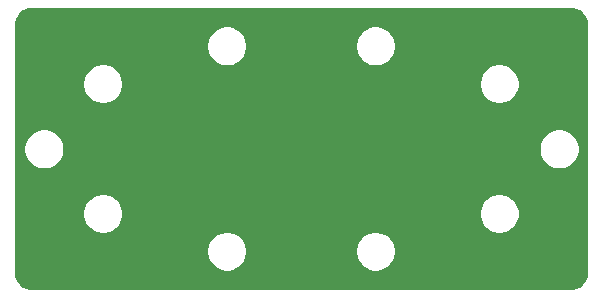
<source format=gtl>
G04 #@! TF.GenerationSoftware,KiCad,Pcbnew,(5.1.12)-1*
G04 #@! TF.CreationDate,2022-03-26T22:23:47+08:00*
G04 #@! TF.ProjectId,Nozzle,4e6f7a7a-6c65-42e6-9b69-6361645f7063,0.5*
G04 #@! TF.SameCoordinates,Original*
G04 #@! TF.FileFunction,Copper,L1,Top*
G04 #@! TF.FilePolarity,Positive*
%FSLAX46Y46*%
G04 Gerber Fmt 4.6, Leading zero omitted, Abs format (unit mm)*
G04 Created by KiCad (PCBNEW (5.1.12)-1) date 2022-03-26 22:23:47*
%MOMM*%
%LPD*%
G01*
G04 APERTURE LIST*
G04 #@! TA.AperFunction,NonConductor*
%ADD10C,0.254000*%
G04 #@! TD*
G04 #@! TA.AperFunction,NonConductor*
%ADD11C,0.100000*%
G04 #@! TD*
G04 APERTURE END LIST*
D10*
X161182229Y-107595704D02*
X161432836Y-107671366D01*
X161663973Y-107794265D01*
X161866839Y-107959718D01*
X162033703Y-108161421D01*
X162158212Y-108391696D01*
X162235623Y-108641771D01*
X162266189Y-108932591D01*
X162271723Y-129866934D01*
X162242955Y-130160328D01*
X162167100Y-130411574D01*
X162043886Y-130643305D01*
X161878014Y-130846684D01*
X161675793Y-131013976D01*
X161444932Y-131138802D01*
X161194217Y-131216412D01*
X160903050Y-131247015D01*
X155900298Y-131247015D01*
X155900288Y-131247016D01*
X115363205Y-131247014D01*
X115071269Y-131218389D01*
X114821497Y-131142979D01*
X114591131Y-131020492D01*
X114388946Y-130855593D01*
X114222640Y-130654562D01*
X114098547Y-130425057D01*
X114021397Y-130175827D01*
X113990927Y-129885919D01*
X113990927Y-127934017D01*
X130103700Y-127934017D01*
X130103700Y-128275783D01*
X130170375Y-128610981D01*
X130301163Y-128926731D01*
X130491037Y-129210898D01*
X130732702Y-129452563D01*
X131016869Y-129642437D01*
X131332619Y-129773225D01*
X131667817Y-129839900D01*
X132009583Y-129839900D01*
X132344781Y-129773225D01*
X132660531Y-129642437D01*
X132944698Y-129452563D01*
X133186363Y-129210898D01*
X133376237Y-128926731D01*
X133507025Y-128610981D01*
X133573700Y-128275783D01*
X133573700Y-127934017D01*
X142702100Y-127934017D01*
X142702100Y-128275783D01*
X142768775Y-128610981D01*
X142899563Y-128926731D01*
X143089437Y-129210898D01*
X143331102Y-129452563D01*
X143615269Y-129642437D01*
X143931019Y-129773225D01*
X144266217Y-129839900D01*
X144607983Y-129839900D01*
X144943181Y-129773225D01*
X145258931Y-129642437D01*
X145543098Y-129452563D01*
X145784763Y-129210898D01*
X145974637Y-128926731D01*
X146105425Y-128610981D01*
X146172100Y-128275783D01*
X146172100Y-127934017D01*
X146105425Y-127598819D01*
X145974637Y-127283069D01*
X145784763Y-126998902D01*
X145543098Y-126757237D01*
X145258931Y-126567363D01*
X144943181Y-126436575D01*
X144607983Y-126369900D01*
X144266217Y-126369900D01*
X143931019Y-126436575D01*
X143615269Y-126567363D01*
X143331102Y-126757237D01*
X143089437Y-126998902D01*
X142899563Y-127283069D01*
X142768775Y-127598819D01*
X142702100Y-127934017D01*
X133573700Y-127934017D01*
X133507025Y-127598819D01*
X133376237Y-127283069D01*
X133186363Y-126998902D01*
X132944698Y-126757237D01*
X132660531Y-126567363D01*
X132344781Y-126436575D01*
X132009583Y-126369900D01*
X131667817Y-126369900D01*
X131332619Y-126436575D01*
X131016869Y-126567363D01*
X130732702Y-126757237D01*
X130491037Y-126998902D01*
X130301163Y-127283069D01*
X130170375Y-127598819D01*
X130103700Y-127934017D01*
X113990927Y-127934017D01*
X113990927Y-124733617D01*
X119600800Y-124733617D01*
X119600800Y-125075383D01*
X119667475Y-125410581D01*
X119798263Y-125726331D01*
X119988137Y-126010498D01*
X120229802Y-126252163D01*
X120513969Y-126442037D01*
X120829719Y-126572825D01*
X121164917Y-126639500D01*
X121506683Y-126639500D01*
X121841881Y-126572825D01*
X122157631Y-126442037D01*
X122441798Y-126252163D01*
X122683463Y-126010498D01*
X122873337Y-125726331D01*
X123004125Y-125410581D01*
X123070800Y-125075383D01*
X123070800Y-124733617D01*
X153192300Y-124733617D01*
X153192300Y-125075383D01*
X153258975Y-125410581D01*
X153389763Y-125726331D01*
X153579637Y-126010498D01*
X153821302Y-126252163D01*
X154105469Y-126442037D01*
X154421219Y-126572825D01*
X154756417Y-126639500D01*
X155098183Y-126639500D01*
X155433381Y-126572825D01*
X155749131Y-126442037D01*
X156033298Y-126252163D01*
X156274963Y-126010498D01*
X156464837Y-125726331D01*
X156595625Y-125410581D01*
X156662300Y-125075383D01*
X156662300Y-124733617D01*
X156595625Y-124398419D01*
X156464837Y-124082669D01*
X156274963Y-123798502D01*
X156033298Y-123556837D01*
X155749131Y-123366963D01*
X155433381Y-123236175D01*
X155098183Y-123169500D01*
X154756417Y-123169500D01*
X154421219Y-123236175D01*
X154105469Y-123366963D01*
X153821302Y-123556837D01*
X153579637Y-123798502D01*
X153389763Y-124082669D01*
X153258975Y-124398419D01*
X153192300Y-124733617D01*
X123070800Y-124733617D01*
X123004125Y-124398419D01*
X122873337Y-124082669D01*
X122683463Y-123798502D01*
X122441798Y-123556837D01*
X122157631Y-123366963D01*
X121841881Y-123236175D01*
X121506683Y-123169500D01*
X121164917Y-123169500D01*
X120829719Y-123236175D01*
X120513969Y-123366963D01*
X120229802Y-123556837D01*
X119988137Y-123798502D01*
X119798263Y-124082669D01*
X119667475Y-124398419D01*
X119600800Y-124733617D01*
X113990927Y-124733617D01*
X113990926Y-119259917D01*
X114635100Y-119259917D01*
X114635100Y-119601683D01*
X114701775Y-119936881D01*
X114832563Y-120252631D01*
X115022437Y-120536798D01*
X115264102Y-120778463D01*
X115548269Y-120968337D01*
X115864019Y-121099125D01*
X116199217Y-121165800D01*
X116540983Y-121165800D01*
X116876181Y-121099125D01*
X117191931Y-120968337D01*
X117476098Y-120778463D01*
X117717763Y-120536798D01*
X117907637Y-120252631D01*
X118038425Y-119936881D01*
X118105100Y-119601683D01*
X118105100Y-119259917D01*
X158246900Y-119259917D01*
X158246900Y-119601683D01*
X158313575Y-119936881D01*
X158444363Y-120252631D01*
X158634237Y-120536798D01*
X158875902Y-120778463D01*
X159160069Y-120968337D01*
X159475819Y-121099125D01*
X159811017Y-121165800D01*
X160152783Y-121165800D01*
X160487981Y-121099125D01*
X160803731Y-120968337D01*
X161087898Y-120778463D01*
X161329563Y-120536798D01*
X161519437Y-120252631D01*
X161650225Y-119936881D01*
X161716900Y-119601683D01*
X161716900Y-119259917D01*
X161650225Y-118924719D01*
X161519437Y-118608969D01*
X161329563Y-118324802D01*
X161087898Y-118083137D01*
X160803731Y-117893263D01*
X160487981Y-117762475D01*
X160152783Y-117695800D01*
X159811017Y-117695800D01*
X159475819Y-117762475D01*
X159160069Y-117893263D01*
X158875902Y-118083137D01*
X158634237Y-118324802D01*
X158444363Y-118608969D01*
X158313575Y-118924719D01*
X158246900Y-119259917D01*
X118105100Y-119259917D01*
X118038425Y-118924719D01*
X117907637Y-118608969D01*
X117717763Y-118324802D01*
X117476098Y-118083137D01*
X117191931Y-117893263D01*
X116876181Y-117762475D01*
X116540983Y-117695800D01*
X116199217Y-117695800D01*
X115864019Y-117762475D01*
X115548269Y-117893263D01*
X115264102Y-118083137D01*
X115022437Y-118324802D01*
X114832563Y-118608969D01*
X114701775Y-118924719D01*
X114635100Y-119259917D01*
X113990926Y-119259917D01*
X113990926Y-113735417D01*
X119600800Y-113735417D01*
X119600800Y-114077183D01*
X119667475Y-114412381D01*
X119798263Y-114728131D01*
X119988137Y-115012298D01*
X120229802Y-115253963D01*
X120513969Y-115443837D01*
X120829719Y-115574625D01*
X121164917Y-115641300D01*
X121506683Y-115641300D01*
X121841881Y-115574625D01*
X122157631Y-115443837D01*
X122441798Y-115253963D01*
X122683463Y-115012298D01*
X122873337Y-114728131D01*
X123004125Y-114412381D01*
X123070800Y-114077183D01*
X123070800Y-113735417D01*
X153192300Y-113735417D01*
X153192300Y-114077183D01*
X153258975Y-114412381D01*
X153389763Y-114728131D01*
X153579637Y-115012298D01*
X153821302Y-115253963D01*
X154105469Y-115443837D01*
X154421219Y-115574625D01*
X154756417Y-115641300D01*
X155098183Y-115641300D01*
X155433381Y-115574625D01*
X155749131Y-115443837D01*
X156033298Y-115253963D01*
X156274963Y-115012298D01*
X156464837Y-114728131D01*
X156595625Y-114412381D01*
X156662300Y-114077183D01*
X156662300Y-113735417D01*
X156595625Y-113400219D01*
X156464837Y-113084469D01*
X156274963Y-112800302D01*
X156033298Y-112558637D01*
X155749131Y-112368763D01*
X155433381Y-112237975D01*
X155098183Y-112171300D01*
X154756417Y-112171300D01*
X154421219Y-112237975D01*
X154105469Y-112368763D01*
X153821302Y-112558637D01*
X153579637Y-112800302D01*
X153389763Y-113084469D01*
X153258975Y-113400219D01*
X153192300Y-113735417D01*
X123070800Y-113735417D01*
X123004125Y-113400219D01*
X122873337Y-113084469D01*
X122683463Y-112800302D01*
X122441798Y-112558637D01*
X122157631Y-112368763D01*
X121841881Y-112237975D01*
X121506683Y-112171300D01*
X121164917Y-112171300D01*
X120829719Y-112237975D01*
X120513969Y-112368763D01*
X120229802Y-112558637D01*
X119988137Y-112800302D01*
X119798263Y-113084469D01*
X119667475Y-113400219D01*
X119600800Y-113735417D01*
X113990926Y-113735417D01*
X113990926Y-110535017D01*
X130103700Y-110535017D01*
X130103700Y-110876783D01*
X130170375Y-111211981D01*
X130301163Y-111527731D01*
X130491037Y-111811898D01*
X130732702Y-112053563D01*
X131016869Y-112243437D01*
X131332619Y-112374225D01*
X131667817Y-112440900D01*
X132009583Y-112440900D01*
X132344781Y-112374225D01*
X132660531Y-112243437D01*
X132944698Y-112053563D01*
X133186363Y-111811898D01*
X133376237Y-111527731D01*
X133507025Y-111211981D01*
X133573700Y-110876783D01*
X133573700Y-110535017D01*
X142702100Y-110535017D01*
X142702100Y-110876783D01*
X142768775Y-111211981D01*
X142899563Y-111527731D01*
X143089437Y-111811898D01*
X143331102Y-112053563D01*
X143615269Y-112243437D01*
X143931019Y-112374225D01*
X144266217Y-112440900D01*
X144607983Y-112440900D01*
X144943181Y-112374225D01*
X145258931Y-112243437D01*
X145543098Y-112053563D01*
X145784763Y-111811898D01*
X145974637Y-111527731D01*
X146105425Y-111211981D01*
X146172100Y-110876783D01*
X146172100Y-110535017D01*
X146105425Y-110199819D01*
X145974637Y-109884069D01*
X145784763Y-109599902D01*
X145543098Y-109358237D01*
X145258931Y-109168363D01*
X144943181Y-109037575D01*
X144607983Y-108970900D01*
X144266217Y-108970900D01*
X143931019Y-109037575D01*
X143615269Y-109168363D01*
X143331102Y-109358237D01*
X143089437Y-109599902D01*
X142899563Y-109884069D01*
X142768775Y-110199819D01*
X142702100Y-110535017D01*
X133573700Y-110535017D01*
X133507025Y-110199819D01*
X133376237Y-109884069D01*
X133186363Y-109599902D01*
X132944698Y-109358237D01*
X132660531Y-109168363D01*
X132344781Y-109037575D01*
X132009583Y-108970900D01*
X131667817Y-108970900D01*
X131332619Y-109037575D01*
X131016869Y-109168363D01*
X130732702Y-109358237D01*
X130491037Y-109599902D01*
X130301163Y-109884069D01*
X130170375Y-110199819D01*
X130103700Y-110535017D01*
X113990926Y-110535017D01*
X113990925Y-108939284D01*
X114019551Y-108647336D01*
X114094962Y-108397564D01*
X114217448Y-108167202D01*
X114382347Y-107965016D01*
X114583380Y-107798707D01*
X114812881Y-107674616D01*
X115062122Y-107597463D01*
X115352015Y-107566994D01*
X160889421Y-107566994D01*
X161182229Y-107595704D01*
G04 #@! TA.AperFunction,NonConductor*
D11*
G36*
X161182229Y-107595704D02*
G01*
X161432836Y-107671366D01*
X161663973Y-107794265D01*
X161866839Y-107959718D01*
X162033703Y-108161421D01*
X162158212Y-108391696D01*
X162235623Y-108641771D01*
X162266189Y-108932591D01*
X162271723Y-129866934D01*
X162242955Y-130160328D01*
X162167100Y-130411574D01*
X162043886Y-130643305D01*
X161878014Y-130846684D01*
X161675793Y-131013976D01*
X161444932Y-131138802D01*
X161194217Y-131216412D01*
X160903050Y-131247015D01*
X155900298Y-131247015D01*
X155900288Y-131247016D01*
X115363205Y-131247014D01*
X115071269Y-131218389D01*
X114821497Y-131142979D01*
X114591131Y-131020492D01*
X114388946Y-130855593D01*
X114222640Y-130654562D01*
X114098547Y-130425057D01*
X114021397Y-130175827D01*
X113990927Y-129885919D01*
X113990927Y-127934017D01*
X130103700Y-127934017D01*
X130103700Y-128275783D01*
X130170375Y-128610981D01*
X130301163Y-128926731D01*
X130491037Y-129210898D01*
X130732702Y-129452563D01*
X131016869Y-129642437D01*
X131332619Y-129773225D01*
X131667817Y-129839900D01*
X132009583Y-129839900D01*
X132344781Y-129773225D01*
X132660531Y-129642437D01*
X132944698Y-129452563D01*
X133186363Y-129210898D01*
X133376237Y-128926731D01*
X133507025Y-128610981D01*
X133573700Y-128275783D01*
X133573700Y-127934017D01*
X142702100Y-127934017D01*
X142702100Y-128275783D01*
X142768775Y-128610981D01*
X142899563Y-128926731D01*
X143089437Y-129210898D01*
X143331102Y-129452563D01*
X143615269Y-129642437D01*
X143931019Y-129773225D01*
X144266217Y-129839900D01*
X144607983Y-129839900D01*
X144943181Y-129773225D01*
X145258931Y-129642437D01*
X145543098Y-129452563D01*
X145784763Y-129210898D01*
X145974637Y-128926731D01*
X146105425Y-128610981D01*
X146172100Y-128275783D01*
X146172100Y-127934017D01*
X146105425Y-127598819D01*
X145974637Y-127283069D01*
X145784763Y-126998902D01*
X145543098Y-126757237D01*
X145258931Y-126567363D01*
X144943181Y-126436575D01*
X144607983Y-126369900D01*
X144266217Y-126369900D01*
X143931019Y-126436575D01*
X143615269Y-126567363D01*
X143331102Y-126757237D01*
X143089437Y-126998902D01*
X142899563Y-127283069D01*
X142768775Y-127598819D01*
X142702100Y-127934017D01*
X133573700Y-127934017D01*
X133507025Y-127598819D01*
X133376237Y-127283069D01*
X133186363Y-126998902D01*
X132944698Y-126757237D01*
X132660531Y-126567363D01*
X132344781Y-126436575D01*
X132009583Y-126369900D01*
X131667817Y-126369900D01*
X131332619Y-126436575D01*
X131016869Y-126567363D01*
X130732702Y-126757237D01*
X130491037Y-126998902D01*
X130301163Y-127283069D01*
X130170375Y-127598819D01*
X130103700Y-127934017D01*
X113990927Y-127934017D01*
X113990927Y-124733617D01*
X119600800Y-124733617D01*
X119600800Y-125075383D01*
X119667475Y-125410581D01*
X119798263Y-125726331D01*
X119988137Y-126010498D01*
X120229802Y-126252163D01*
X120513969Y-126442037D01*
X120829719Y-126572825D01*
X121164917Y-126639500D01*
X121506683Y-126639500D01*
X121841881Y-126572825D01*
X122157631Y-126442037D01*
X122441798Y-126252163D01*
X122683463Y-126010498D01*
X122873337Y-125726331D01*
X123004125Y-125410581D01*
X123070800Y-125075383D01*
X123070800Y-124733617D01*
X153192300Y-124733617D01*
X153192300Y-125075383D01*
X153258975Y-125410581D01*
X153389763Y-125726331D01*
X153579637Y-126010498D01*
X153821302Y-126252163D01*
X154105469Y-126442037D01*
X154421219Y-126572825D01*
X154756417Y-126639500D01*
X155098183Y-126639500D01*
X155433381Y-126572825D01*
X155749131Y-126442037D01*
X156033298Y-126252163D01*
X156274963Y-126010498D01*
X156464837Y-125726331D01*
X156595625Y-125410581D01*
X156662300Y-125075383D01*
X156662300Y-124733617D01*
X156595625Y-124398419D01*
X156464837Y-124082669D01*
X156274963Y-123798502D01*
X156033298Y-123556837D01*
X155749131Y-123366963D01*
X155433381Y-123236175D01*
X155098183Y-123169500D01*
X154756417Y-123169500D01*
X154421219Y-123236175D01*
X154105469Y-123366963D01*
X153821302Y-123556837D01*
X153579637Y-123798502D01*
X153389763Y-124082669D01*
X153258975Y-124398419D01*
X153192300Y-124733617D01*
X123070800Y-124733617D01*
X123004125Y-124398419D01*
X122873337Y-124082669D01*
X122683463Y-123798502D01*
X122441798Y-123556837D01*
X122157631Y-123366963D01*
X121841881Y-123236175D01*
X121506683Y-123169500D01*
X121164917Y-123169500D01*
X120829719Y-123236175D01*
X120513969Y-123366963D01*
X120229802Y-123556837D01*
X119988137Y-123798502D01*
X119798263Y-124082669D01*
X119667475Y-124398419D01*
X119600800Y-124733617D01*
X113990927Y-124733617D01*
X113990926Y-119259917D01*
X114635100Y-119259917D01*
X114635100Y-119601683D01*
X114701775Y-119936881D01*
X114832563Y-120252631D01*
X115022437Y-120536798D01*
X115264102Y-120778463D01*
X115548269Y-120968337D01*
X115864019Y-121099125D01*
X116199217Y-121165800D01*
X116540983Y-121165800D01*
X116876181Y-121099125D01*
X117191931Y-120968337D01*
X117476098Y-120778463D01*
X117717763Y-120536798D01*
X117907637Y-120252631D01*
X118038425Y-119936881D01*
X118105100Y-119601683D01*
X118105100Y-119259917D01*
X158246900Y-119259917D01*
X158246900Y-119601683D01*
X158313575Y-119936881D01*
X158444363Y-120252631D01*
X158634237Y-120536798D01*
X158875902Y-120778463D01*
X159160069Y-120968337D01*
X159475819Y-121099125D01*
X159811017Y-121165800D01*
X160152783Y-121165800D01*
X160487981Y-121099125D01*
X160803731Y-120968337D01*
X161087898Y-120778463D01*
X161329563Y-120536798D01*
X161519437Y-120252631D01*
X161650225Y-119936881D01*
X161716900Y-119601683D01*
X161716900Y-119259917D01*
X161650225Y-118924719D01*
X161519437Y-118608969D01*
X161329563Y-118324802D01*
X161087898Y-118083137D01*
X160803731Y-117893263D01*
X160487981Y-117762475D01*
X160152783Y-117695800D01*
X159811017Y-117695800D01*
X159475819Y-117762475D01*
X159160069Y-117893263D01*
X158875902Y-118083137D01*
X158634237Y-118324802D01*
X158444363Y-118608969D01*
X158313575Y-118924719D01*
X158246900Y-119259917D01*
X118105100Y-119259917D01*
X118038425Y-118924719D01*
X117907637Y-118608969D01*
X117717763Y-118324802D01*
X117476098Y-118083137D01*
X117191931Y-117893263D01*
X116876181Y-117762475D01*
X116540983Y-117695800D01*
X116199217Y-117695800D01*
X115864019Y-117762475D01*
X115548269Y-117893263D01*
X115264102Y-118083137D01*
X115022437Y-118324802D01*
X114832563Y-118608969D01*
X114701775Y-118924719D01*
X114635100Y-119259917D01*
X113990926Y-119259917D01*
X113990926Y-113735417D01*
X119600800Y-113735417D01*
X119600800Y-114077183D01*
X119667475Y-114412381D01*
X119798263Y-114728131D01*
X119988137Y-115012298D01*
X120229802Y-115253963D01*
X120513969Y-115443837D01*
X120829719Y-115574625D01*
X121164917Y-115641300D01*
X121506683Y-115641300D01*
X121841881Y-115574625D01*
X122157631Y-115443837D01*
X122441798Y-115253963D01*
X122683463Y-115012298D01*
X122873337Y-114728131D01*
X123004125Y-114412381D01*
X123070800Y-114077183D01*
X123070800Y-113735417D01*
X153192300Y-113735417D01*
X153192300Y-114077183D01*
X153258975Y-114412381D01*
X153389763Y-114728131D01*
X153579637Y-115012298D01*
X153821302Y-115253963D01*
X154105469Y-115443837D01*
X154421219Y-115574625D01*
X154756417Y-115641300D01*
X155098183Y-115641300D01*
X155433381Y-115574625D01*
X155749131Y-115443837D01*
X156033298Y-115253963D01*
X156274963Y-115012298D01*
X156464837Y-114728131D01*
X156595625Y-114412381D01*
X156662300Y-114077183D01*
X156662300Y-113735417D01*
X156595625Y-113400219D01*
X156464837Y-113084469D01*
X156274963Y-112800302D01*
X156033298Y-112558637D01*
X155749131Y-112368763D01*
X155433381Y-112237975D01*
X155098183Y-112171300D01*
X154756417Y-112171300D01*
X154421219Y-112237975D01*
X154105469Y-112368763D01*
X153821302Y-112558637D01*
X153579637Y-112800302D01*
X153389763Y-113084469D01*
X153258975Y-113400219D01*
X153192300Y-113735417D01*
X123070800Y-113735417D01*
X123004125Y-113400219D01*
X122873337Y-113084469D01*
X122683463Y-112800302D01*
X122441798Y-112558637D01*
X122157631Y-112368763D01*
X121841881Y-112237975D01*
X121506683Y-112171300D01*
X121164917Y-112171300D01*
X120829719Y-112237975D01*
X120513969Y-112368763D01*
X120229802Y-112558637D01*
X119988137Y-112800302D01*
X119798263Y-113084469D01*
X119667475Y-113400219D01*
X119600800Y-113735417D01*
X113990926Y-113735417D01*
X113990926Y-110535017D01*
X130103700Y-110535017D01*
X130103700Y-110876783D01*
X130170375Y-111211981D01*
X130301163Y-111527731D01*
X130491037Y-111811898D01*
X130732702Y-112053563D01*
X131016869Y-112243437D01*
X131332619Y-112374225D01*
X131667817Y-112440900D01*
X132009583Y-112440900D01*
X132344781Y-112374225D01*
X132660531Y-112243437D01*
X132944698Y-112053563D01*
X133186363Y-111811898D01*
X133376237Y-111527731D01*
X133507025Y-111211981D01*
X133573700Y-110876783D01*
X133573700Y-110535017D01*
X142702100Y-110535017D01*
X142702100Y-110876783D01*
X142768775Y-111211981D01*
X142899563Y-111527731D01*
X143089437Y-111811898D01*
X143331102Y-112053563D01*
X143615269Y-112243437D01*
X143931019Y-112374225D01*
X144266217Y-112440900D01*
X144607983Y-112440900D01*
X144943181Y-112374225D01*
X145258931Y-112243437D01*
X145543098Y-112053563D01*
X145784763Y-111811898D01*
X145974637Y-111527731D01*
X146105425Y-111211981D01*
X146172100Y-110876783D01*
X146172100Y-110535017D01*
X146105425Y-110199819D01*
X145974637Y-109884069D01*
X145784763Y-109599902D01*
X145543098Y-109358237D01*
X145258931Y-109168363D01*
X144943181Y-109037575D01*
X144607983Y-108970900D01*
X144266217Y-108970900D01*
X143931019Y-109037575D01*
X143615269Y-109168363D01*
X143331102Y-109358237D01*
X143089437Y-109599902D01*
X142899563Y-109884069D01*
X142768775Y-110199819D01*
X142702100Y-110535017D01*
X133573700Y-110535017D01*
X133507025Y-110199819D01*
X133376237Y-109884069D01*
X133186363Y-109599902D01*
X132944698Y-109358237D01*
X132660531Y-109168363D01*
X132344781Y-109037575D01*
X132009583Y-108970900D01*
X131667817Y-108970900D01*
X131332619Y-109037575D01*
X131016869Y-109168363D01*
X130732702Y-109358237D01*
X130491037Y-109599902D01*
X130301163Y-109884069D01*
X130170375Y-110199819D01*
X130103700Y-110535017D01*
X113990926Y-110535017D01*
X113990925Y-108939284D01*
X114019551Y-108647336D01*
X114094962Y-108397564D01*
X114217448Y-108167202D01*
X114382347Y-107965016D01*
X114583380Y-107798707D01*
X114812881Y-107674616D01*
X115062122Y-107597463D01*
X115352015Y-107566994D01*
X160889421Y-107566994D01*
X161182229Y-107595704D01*
G37*
G04 #@! TD.AperFunction*
M02*

</source>
